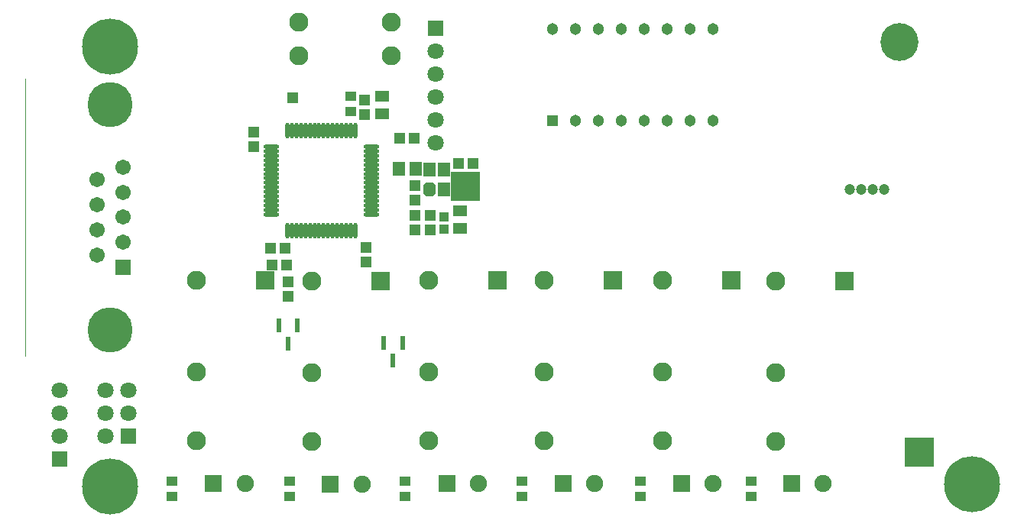
<source format=gbs>
G04*
G04 #@! TF.GenerationSoftware,Altium Limited,Altium NEXUS,2.1.9 (83)*
G04*
G04 Layer_Color=16711935*
%FSLAX44Y44*%
%MOMM*%
G71*
G01*
G75*
%ADD18C,0.1000*%
%ADD32R,0.6100X1.6100*%
%ADD46R,1.2032X1.1032*%
%ADD47R,1.6032X1.2032*%
%ADD53R,1.2032X1.2032*%
%ADD60R,1.2032X1.2032*%
%ADD61R,2.1032X2.1032*%
%ADD62C,2.1032*%
%ADD63R,1.9032X1.9032*%
%ADD64C,1.9032*%
%ADD65C,4.2032*%
%ADD66C,6.2032*%
%ADD67R,1.8032X1.8032*%
%ADD68C,1.8032*%
%ADD69C,1.2032*%
%ADD70R,1.3032X1.3032*%
%ADD71C,1.3032*%
%ADD72C,5.0032*%
%ADD73C,1.7032*%
%ADD74R,1.7032X1.7032*%
%ADD102R,3.2032X3.2032*%
%ADD103R,1.3532X1.6032*%
G04:AMPARAMS|DCode=104|XSize=1.6032mm|YSize=1.3532mm|CornerRadius=0mm|HoleSize=0mm|Usage=FLASHONLY|Rotation=270.000|XOffset=0mm|YOffset=0mm|HoleType=Round|Shape=Octagon|*
%AMOCTAGOND104*
4,1,8,-0.3383,-0.8016,0.3383,-0.8016,0.6766,-0.4633,0.6766,0.4633,0.3383,0.8016,-0.3383,0.8016,-0.6766,0.4633,-0.6766,-0.4633,-0.3383,-0.8016,0.0*
%
%ADD104OCTAGOND104*%

%ADD105R,1.4032X1.6032*%
%ADD106R,1.1032X1.0032*%
%ADD107O,1.7532X0.4532*%
%ADD108O,0.4532X1.7532*%
D18*
X255800Y444170D02*
Y752170D01*
D32*
X663866Y439078D02*
D03*
X674116Y458978D02*
D03*
X653616D02*
D03*
X547370Y458172D02*
D03*
X557620Y478072D02*
D03*
X537120D02*
D03*
D46*
X1060450Y288680D02*
D03*
Y305680D02*
D03*
X937768Y288680D02*
D03*
Y305680D02*
D03*
X806196Y288680D02*
D03*
Y305680D02*
D03*
X548894Y288680D02*
D03*
Y305680D02*
D03*
X419100Y288680D02*
D03*
Y305680D02*
D03*
X676910Y288680D02*
D03*
Y305680D02*
D03*
X617220Y715400D02*
D03*
Y732400D02*
D03*
D47*
X651510Y732470D02*
D03*
Y712470D02*
D03*
X737870Y605630D02*
D03*
Y585630D02*
D03*
D53*
X547370Y510160D02*
D03*
Y526160D02*
D03*
X509270Y692530D02*
D03*
Y676530D02*
D03*
X688340Y616840D02*
D03*
Y632840D02*
D03*
X704850Y583820D02*
D03*
Y599820D02*
D03*
X688340Y583820D02*
D03*
Y599820D02*
D03*
X633730Y548260D02*
D03*
Y564260D02*
D03*
X632460Y712090D02*
D03*
Y728090D02*
D03*
D60*
X552450Y730250D02*
D03*
X529464Y545338D02*
D03*
X545464D02*
D03*
X687450Y685800D02*
D03*
X671450D02*
D03*
X543940Y563880D02*
D03*
X527940D02*
D03*
X752220Y657860D02*
D03*
X736220D02*
D03*
D61*
X650240Y527304D02*
D03*
X1163574Y527558D02*
D03*
X1038352Y528320D02*
D03*
X907542Y528066D02*
D03*
X779526Y528320D02*
D03*
X521970Y528574D02*
D03*
D62*
X574040Y349504D02*
D03*
Y425704D02*
D03*
Y527304D02*
D03*
X1087374Y349758D02*
D03*
Y425958D02*
D03*
Y527558D02*
D03*
X962152Y350520D02*
D03*
Y426720D02*
D03*
Y528320D02*
D03*
X831342Y350266D02*
D03*
Y426466D02*
D03*
Y528066D02*
D03*
X703326Y350520D02*
D03*
Y426720D02*
D03*
Y528320D02*
D03*
X445770Y350774D02*
D03*
Y426974D02*
D03*
Y528574D02*
D03*
X661912Y814494D02*
D03*
X559412D02*
D03*
X661912Y777494D02*
D03*
X559412D02*
D03*
D63*
X852170Y302720D02*
D03*
X464820D02*
D03*
X594360Y302260D02*
D03*
X723190Y302720D02*
D03*
X983540D02*
D03*
X1105460D02*
D03*
D64*
X887170D02*
D03*
X499820D02*
D03*
X629360Y302260D02*
D03*
X758190Y302720D02*
D03*
X1018540D02*
D03*
X1140460D02*
D03*
D65*
X1225042Y792734D02*
D03*
D66*
X1305306Y302260D02*
D03*
X350000Y299720D02*
D03*
Y787400D02*
D03*
D67*
X711200Y807720D02*
D03*
X294640Y330200D02*
D03*
X370840Y355600D02*
D03*
D68*
X711200Y782320D02*
D03*
Y756920D02*
D03*
Y731520D02*
D03*
Y706120D02*
D03*
Y680720D02*
D03*
X294640Y406400D02*
D03*
Y381000D02*
D03*
Y355600D02*
D03*
X345440Y406400D02*
D03*
X370840D02*
D03*
X345440Y381000D02*
D03*
X370840D02*
D03*
X345440Y355600D02*
D03*
D69*
X1207570Y628650D02*
D03*
X1195070D02*
D03*
X1182570D02*
D03*
X1170070D02*
D03*
D70*
X840740Y704850D02*
D03*
D71*
X866140D02*
D03*
X891540D02*
D03*
X916940D02*
D03*
X942340D02*
D03*
X967740D02*
D03*
X993140D02*
D03*
X1018540D02*
D03*
Y806450D02*
D03*
X993140D02*
D03*
X967740D02*
D03*
X942340D02*
D03*
X916940D02*
D03*
X891540D02*
D03*
X866140D02*
D03*
X840740D02*
D03*
D72*
X350000Y473170D02*
D03*
Y723170D02*
D03*
D73*
X335800Y639720D02*
D03*
Y612020D02*
D03*
Y584320D02*
D03*
Y556620D02*
D03*
X364200Y570470D02*
D03*
Y653570D02*
D03*
Y625870D02*
D03*
Y598170D02*
D03*
D74*
Y542770D02*
D03*
D102*
X1246632Y337566D02*
D03*
X744220Y632460D02*
D03*
D103*
X704470Y651080D02*
D03*
X720470Y629080D02*
D03*
Y651080D02*
D03*
D104*
X704470Y629080D02*
D03*
D105*
X688450Y651510D02*
D03*
X670450D02*
D03*
D106*
X720090Y584820D02*
D03*
Y598820D02*
D03*
D107*
X639450Y676310D02*
D03*
Y671310D02*
D03*
Y666310D02*
D03*
Y661310D02*
D03*
Y656310D02*
D03*
Y651310D02*
D03*
Y646310D02*
D03*
Y641310D02*
D03*
Y636310D02*
D03*
Y631310D02*
D03*
Y626310D02*
D03*
Y621310D02*
D03*
Y616310D02*
D03*
Y611310D02*
D03*
Y606310D02*
D03*
Y601310D02*
D03*
X528950D02*
D03*
Y606310D02*
D03*
Y611310D02*
D03*
Y616310D02*
D03*
Y621310D02*
D03*
Y626310D02*
D03*
Y631310D02*
D03*
Y636310D02*
D03*
Y641310D02*
D03*
Y646310D02*
D03*
Y651310D02*
D03*
Y656310D02*
D03*
Y661310D02*
D03*
Y666310D02*
D03*
Y671310D02*
D03*
Y676310D02*
D03*
D108*
X621700Y583560D02*
D03*
X616700D02*
D03*
X611700D02*
D03*
X606700D02*
D03*
X601700D02*
D03*
X596700D02*
D03*
X591700D02*
D03*
X586700D02*
D03*
X581700D02*
D03*
X576700D02*
D03*
X571700D02*
D03*
X566700D02*
D03*
X561700D02*
D03*
X556700D02*
D03*
X551700D02*
D03*
X546700D02*
D03*
Y694060D02*
D03*
X551700D02*
D03*
X556700D02*
D03*
X561700D02*
D03*
X566700D02*
D03*
X571700D02*
D03*
X576700D02*
D03*
X581700D02*
D03*
X586700D02*
D03*
X591700D02*
D03*
X596700D02*
D03*
X601700D02*
D03*
X606700D02*
D03*
X611700D02*
D03*
X616700D02*
D03*
X621700D02*
D03*
M02*

</source>
